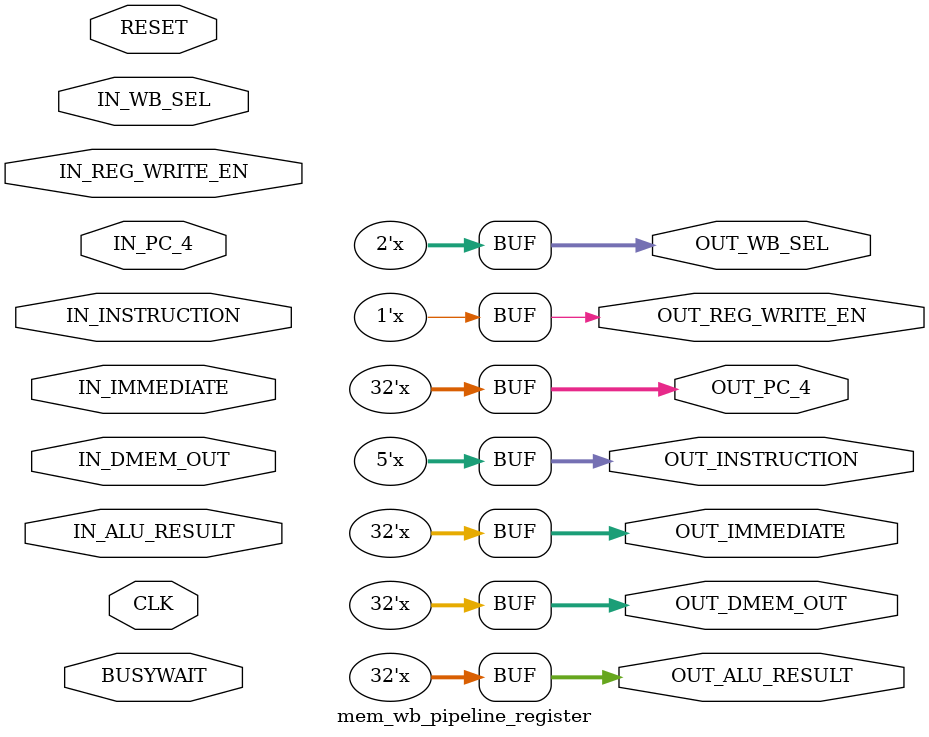
<source format=v>
module mem_wb_pipeline_register(
    IN_INSTRUCTION, // INSTRUCTION [11:7]
    IN_PC_4,
    IN_ALU_RESULT, 
    IN_IMMEDIATE,
    IN_DMEM_OUT,
    IN_WB_SEL,
    IN_REG_WRITE_EN,
    OUT_INSTRUCTION,
    OUT_PC_4,
    OUT_ALU_RESULT,
    OUT_IMMEDIATE, 
    OUT_DMEM_OUT,
    OUT_WB_SEL,
    OUT_REG_WRITE_EN,
    CLK, 
    RESET,
    BUSYWAIT);

    //declare the ports
    input [4:0] IN_INSTRUCTION;
    input [1:0] IN_WB_SEL;
    
    input [31:0] IN_PC_4,
            IN_ALU_RESULT,
            IN_IMMEDIATE,
            IN_DMEM_OUT;   
                
    input IN_REG_WRITE_EN,
        CLK, 
        RESET, 
        BUSYWAIT;

    output reg [4:0] OUT_INSTRUCTION;
    output reg [1:0] OUT_WB_SEL;

    output reg [31:0] OUT_PC_4,
                    OUT_ALU_RESULT,
                    OUT_IMMEDIATE,
                    OUT_DMEM_OUT; 

    output reg OUT_REG_WRITE_EN;

    //RESETTING output registers
    always @ (*) begin
        if (RESET) begin
            #1;
            OUT_INSTRUCTION = 5'dx;
            OUT_PC_4 = 32'dx;
            OUT_ALU_RESULT = 32'dx;
            OUT_IMMEDIATE =  32'dx;
            OUT_DMEM_OUT = 32'dx;
            OUT_WB_SEL = 2'dx;
            OUT_REG_WRITE_EN = 1'bx;
        end
    end

    //Writing the input values to the output registers, 
    //when the RESET is low and when the CLOCK is at a positive edge and BUSYWAIT is low 
    always @(posedge CLK)
    begin
        #0
        if (!RESET & !BUSYWAIT) begin
            OUT_INSTRUCTION <= #1 IN_INSTRUCTION;
            OUT_PC_4 <= #1 IN_PC_4;
            OUT_ALU_RESULT <= #1 IN_ALU_RESULT;
            OUT_IMMEDIATE <= #1  IN_IMMEDIATE;
            OUT_DMEM_OUT <= #1 IN_DMEM_OUT;
            OUT_WB_SEL <= #1 IN_WB_SEL;
            OUT_REG_WRITE_EN <= #1 IN_REG_WRITE_EN;
        end
    end

endmodule
</source>
